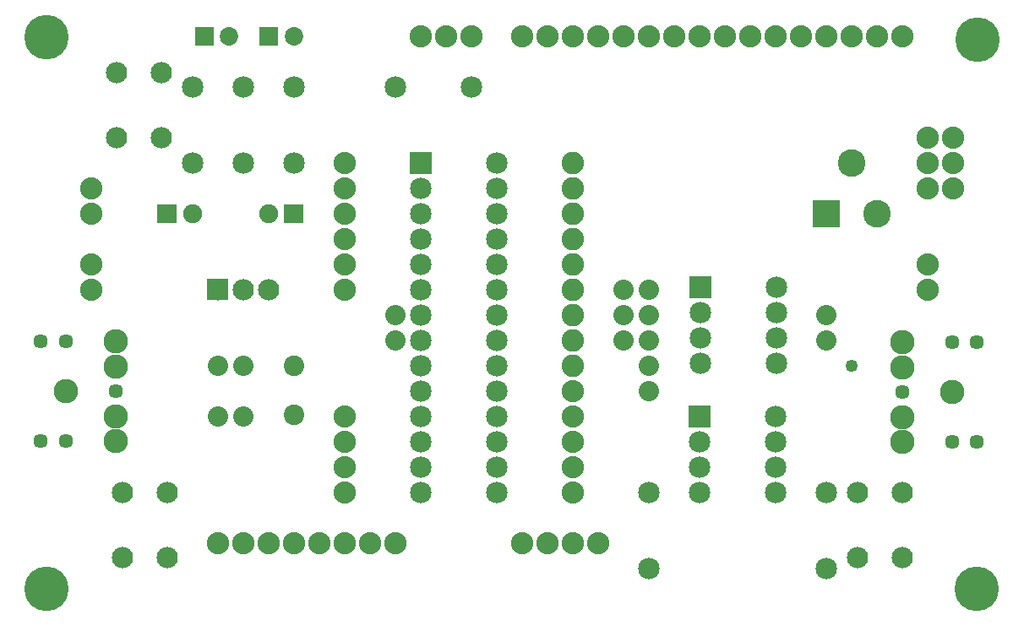
<source format=gbs>
G04 MADE WITH FRITZING*
G04 WWW.FRITZING.ORG*
G04 DOUBLE SIDED*
G04 HOLES PLATED*
G04 CONTOUR ON CENTER OF CONTOUR VECTOR*
%ASAXBY*%
%FSLAX23Y23*%
%MOIN*%
%OFA0B0*%
%SFA1.0B1.0*%
%ADD10C,0.085000*%
%ADD11C,0.088000*%
%ADD12C,0.088740*%
%ADD13C,0.049370*%
%ADD14C,0.175354*%
%ADD15C,0.096000*%
%ADD16C,0.057244*%
%ADD17C,0.080925*%
%ADD18C,0.080866*%
%ADD19C,0.084000*%
%ADD20C,0.072992*%
%ADD21C,0.080000*%
%ADD22C,0.109000*%
%ADD23C,0.075000*%
%ADD24R,0.085000X0.085000*%
%ADD25R,0.072992X0.072992*%
%ADD26R,0.109000X0.109000*%
%ADD27R,0.001000X0.001000*%
%LNMASK0*%
G90*
G70*
G54D10*
X1567Y1775D03*
X1867Y1775D03*
X1567Y1675D03*
X1867Y1675D03*
X1567Y1575D03*
X1867Y1575D03*
X1567Y1475D03*
X1867Y1475D03*
X1567Y1375D03*
X1867Y1375D03*
X1567Y1275D03*
X1867Y1275D03*
X1567Y1175D03*
X1867Y1175D03*
X1567Y1075D03*
X1867Y1075D03*
X1567Y975D03*
X1867Y975D03*
X1567Y875D03*
X1867Y875D03*
X1567Y775D03*
X1867Y775D03*
X1567Y675D03*
X1867Y675D03*
X1567Y575D03*
X1867Y575D03*
X1567Y475D03*
X1867Y475D03*
G54D11*
X1267Y1775D03*
X1267Y1675D03*
X1267Y1575D03*
X1267Y1475D03*
X1267Y1375D03*
X1267Y1275D03*
X1267Y775D03*
X1267Y675D03*
X1267Y575D03*
X1267Y475D03*
G54D12*
X2167Y1775D03*
X2167Y1675D03*
X2167Y1575D03*
X2167Y1475D03*
X2167Y1375D03*
X2167Y1275D03*
X2167Y1175D03*
X2167Y1075D03*
X2167Y975D03*
G54D13*
X3267Y975D03*
G54D11*
X3567Y1875D03*
X3567Y1775D03*
X3567Y1675D03*
X3667Y1875D03*
X3667Y1775D03*
X3667Y1675D03*
G54D14*
X91Y2273D03*
X91Y95D03*
X3762Y96D03*
G54D11*
X1467Y275D03*
X1367Y275D03*
X1267Y275D03*
X1167Y275D03*
X1067Y275D03*
X967Y275D03*
X867Y275D03*
X767Y275D03*
X2267Y275D03*
X2167Y275D03*
X2067Y275D03*
X1967Y275D03*
X3567Y1275D03*
X3567Y1375D03*
X267Y1275D03*
X267Y1375D03*
X267Y1675D03*
X267Y1575D03*
X2167Y875D03*
X2167Y775D03*
X2167Y675D03*
X2167Y575D03*
X2167Y475D03*
X3467Y2275D03*
X3367Y2275D03*
X3267Y2275D03*
X3167Y2275D03*
X3067Y2275D03*
X2967Y2275D03*
X2867Y2275D03*
X2767Y2275D03*
X2667Y2275D03*
X2567Y2275D03*
X2467Y2275D03*
X2367Y2275D03*
X2267Y2275D03*
X2167Y2275D03*
X2067Y2275D03*
X1967Y2275D03*
G54D10*
X2672Y1285D03*
X2972Y1285D03*
X2672Y1185D03*
X2972Y1185D03*
X2672Y1085D03*
X2972Y1085D03*
X2672Y985D03*
X2972Y985D03*
X2667Y775D03*
X2967Y775D03*
X2667Y675D03*
X2967Y675D03*
X2667Y575D03*
X2967Y575D03*
X2667Y475D03*
X2967Y475D03*
G54D15*
X167Y875D03*
X364Y973D03*
X364Y1072D03*
X364Y776D03*
X364Y678D03*
G54D16*
X167Y1072D03*
X68Y1072D03*
X68Y678D03*
X167Y678D03*
X364Y875D03*
G54D15*
X3664Y872D03*
X3467Y773D03*
X3467Y675D03*
X3467Y970D03*
X3467Y1069D03*
G54D16*
X3664Y675D03*
X3762Y675D03*
X3762Y1069D03*
X3664Y1069D03*
X3467Y872D03*
G54D17*
X1067Y782D03*
G54D18*
X1067Y975D03*
G54D10*
X2467Y475D03*
X2467Y175D03*
X1767Y2075D03*
X1467Y2075D03*
G54D19*
X367Y1875D03*
X367Y2131D03*
X545Y1875D03*
X545Y2131D03*
X3467Y475D03*
X3467Y219D03*
X3289Y475D03*
X3289Y219D03*
X567Y475D03*
X567Y219D03*
X389Y475D03*
X389Y219D03*
G54D20*
X714Y2275D03*
X812Y2275D03*
X968Y2275D03*
X1067Y2275D03*
G54D21*
X2367Y1175D03*
X2467Y1175D03*
X2367Y1075D03*
X2467Y1075D03*
X2467Y875D03*
X2467Y975D03*
X3167Y1075D03*
X3167Y1175D03*
X2367Y1275D03*
X2467Y1275D03*
X1467Y1175D03*
X1467Y1075D03*
G54D19*
X767Y1275D03*
X867Y1275D03*
X967Y1275D03*
G54D22*
X3367Y1575D03*
X3167Y1575D03*
X3267Y1775D03*
G54D21*
X766Y775D03*
X867Y775D03*
X766Y975D03*
X867Y975D03*
G54D11*
X1567Y2275D03*
X1667Y2275D03*
X1767Y2275D03*
G54D10*
X1067Y1775D03*
X1067Y2075D03*
X667Y1775D03*
X667Y2075D03*
X867Y2075D03*
X867Y1775D03*
X3167Y475D03*
X3167Y175D03*
G54D23*
X967Y1575D03*
X1067Y1575D03*
X667Y1575D03*
X567Y1575D03*
G54D14*
X3764Y2261D03*
G54D24*
X1567Y1775D03*
X2672Y1285D03*
X2667Y775D03*
G54D25*
X714Y2275D03*
X968Y2275D03*
G54D26*
X3167Y1575D03*
G54D27*
X529Y1612D02*
X603Y1612D01*
X1029Y1612D02*
X1103Y1612D01*
X529Y1611D02*
X603Y1611D01*
X1029Y1611D02*
X1103Y1611D01*
X529Y1610D02*
X603Y1610D01*
X1029Y1610D02*
X1103Y1610D01*
X529Y1609D02*
X603Y1609D01*
X1029Y1609D02*
X1103Y1609D01*
X529Y1608D02*
X603Y1608D01*
X1029Y1608D02*
X1103Y1608D01*
X529Y1607D02*
X603Y1607D01*
X1029Y1607D02*
X1103Y1607D01*
X529Y1606D02*
X603Y1606D01*
X1029Y1606D02*
X1103Y1606D01*
X529Y1605D02*
X603Y1605D01*
X1029Y1605D02*
X1103Y1605D01*
X529Y1604D02*
X603Y1604D01*
X1029Y1604D02*
X1103Y1604D01*
X529Y1603D02*
X603Y1603D01*
X1029Y1603D02*
X1103Y1603D01*
X529Y1602D02*
X603Y1602D01*
X1029Y1602D02*
X1103Y1602D01*
X529Y1601D02*
X603Y1601D01*
X1029Y1601D02*
X1103Y1601D01*
X529Y1600D02*
X603Y1600D01*
X1029Y1600D02*
X1103Y1600D01*
X529Y1599D02*
X603Y1599D01*
X1029Y1599D02*
X1103Y1599D01*
X529Y1598D02*
X603Y1598D01*
X1029Y1598D02*
X1103Y1598D01*
X529Y1597D02*
X603Y1597D01*
X1029Y1597D02*
X1103Y1597D01*
X529Y1596D02*
X603Y1596D01*
X1029Y1596D02*
X1103Y1596D01*
X529Y1595D02*
X603Y1595D01*
X1029Y1595D02*
X1103Y1595D01*
X529Y1594D02*
X603Y1594D01*
X1029Y1594D02*
X1103Y1594D01*
X529Y1593D02*
X603Y1593D01*
X1029Y1593D02*
X1103Y1593D01*
X529Y1592D02*
X603Y1592D01*
X1029Y1592D02*
X1103Y1592D01*
X529Y1591D02*
X603Y1591D01*
X1029Y1591D02*
X1103Y1591D01*
X529Y1590D02*
X603Y1590D01*
X1029Y1590D02*
X1103Y1590D01*
X529Y1589D02*
X603Y1589D01*
X1029Y1589D02*
X1103Y1589D01*
X529Y1588D02*
X603Y1588D01*
X1029Y1588D02*
X1103Y1588D01*
X529Y1587D02*
X603Y1587D01*
X1029Y1587D02*
X1103Y1587D01*
X529Y1586D02*
X603Y1586D01*
X1029Y1586D02*
X1103Y1586D01*
X529Y1585D02*
X603Y1585D01*
X1029Y1585D02*
X1103Y1585D01*
X529Y1584D02*
X564Y1584D01*
X568Y1584D02*
X603Y1584D01*
X1029Y1584D02*
X1064Y1584D01*
X1068Y1584D02*
X1103Y1584D01*
X529Y1583D02*
X562Y1583D01*
X571Y1583D02*
X603Y1583D01*
X1029Y1583D02*
X1061Y1583D01*
X1071Y1583D02*
X1103Y1583D01*
X529Y1582D02*
X560Y1582D01*
X572Y1582D02*
X603Y1582D01*
X1029Y1582D02*
X1060Y1582D01*
X1072Y1582D02*
X1103Y1582D01*
X529Y1581D02*
X559Y1581D01*
X573Y1581D02*
X603Y1581D01*
X1029Y1581D02*
X1059Y1581D01*
X1073Y1581D02*
X1103Y1581D01*
X529Y1580D02*
X558Y1580D01*
X574Y1580D02*
X603Y1580D01*
X1029Y1580D02*
X1058Y1580D01*
X1074Y1580D02*
X1103Y1580D01*
X529Y1579D02*
X558Y1579D01*
X575Y1579D02*
X603Y1579D01*
X1029Y1579D02*
X1058Y1579D01*
X1075Y1579D02*
X1103Y1579D01*
X529Y1578D02*
X557Y1578D01*
X575Y1578D02*
X603Y1578D01*
X1029Y1578D02*
X1057Y1578D01*
X1075Y1578D02*
X1103Y1578D01*
X529Y1577D02*
X557Y1577D01*
X575Y1577D02*
X603Y1577D01*
X1029Y1577D02*
X1057Y1577D01*
X1075Y1577D02*
X1103Y1577D01*
X529Y1576D02*
X557Y1576D01*
X575Y1576D02*
X603Y1576D01*
X1029Y1576D02*
X1057Y1576D01*
X1075Y1576D02*
X1103Y1576D01*
X529Y1575D02*
X557Y1575D01*
X575Y1575D02*
X603Y1575D01*
X1029Y1575D02*
X1057Y1575D01*
X1075Y1575D02*
X1103Y1575D01*
X529Y1574D02*
X557Y1574D01*
X575Y1574D02*
X603Y1574D01*
X1029Y1574D02*
X1057Y1574D01*
X1075Y1574D02*
X1103Y1574D01*
X529Y1573D02*
X557Y1573D01*
X575Y1573D02*
X603Y1573D01*
X1029Y1573D02*
X1057Y1573D01*
X1075Y1573D02*
X1103Y1573D01*
X529Y1572D02*
X557Y1572D01*
X575Y1572D02*
X603Y1572D01*
X1029Y1572D02*
X1057Y1572D01*
X1075Y1572D02*
X1103Y1572D01*
X529Y1571D02*
X558Y1571D01*
X574Y1571D02*
X603Y1571D01*
X1029Y1571D02*
X1058Y1571D01*
X1074Y1571D02*
X1103Y1571D01*
X529Y1570D02*
X558Y1570D01*
X574Y1570D02*
X603Y1570D01*
X1029Y1570D02*
X1058Y1570D01*
X1074Y1570D02*
X1103Y1570D01*
X529Y1569D02*
X559Y1569D01*
X573Y1569D02*
X603Y1569D01*
X1029Y1569D02*
X1059Y1569D01*
X1073Y1569D02*
X1103Y1569D01*
X529Y1568D02*
X561Y1568D01*
X572Y1568D02*
X603Y1568D01*
X1029Y1568D02*
X1061Y1568D01*
X1072Y1568D02*
X1103Y1568D01*
X529Y1567D02*
X563Y1567D01*
X570Y1567D02*
X603Y1567D01*
X1029Y1567D02*
X1062Y1567D01*
X1070Y1567D02*
X1103Y1567D01*
X529Y1566D02*
X603Y1566D01*
X1029Y1566D02*
X1103Y1566D01*
X529Y1565D02*
X603Y1565D01*
X1029Y1565D02*
X1103Y1565D01*
X529Y1564D02*
X603Y1564D01*
X1029Y1564D02*
X1103Y1564D01*
X529Y1563D02*
X603Y1563D01*
X1029Y1563D02*
X1103Y1563D01*
X529Y1562D02*
X603Y1562D01*
X1029Y1562D02*
X1103Y1562D01*
X529Y1561D02*
X603Y1561D01*
X1029Y1561D02*
X1103Y1561D01*
X529Y1560D02*
X603Y1560D01*
X1029Y1560D02*
X1103Y1560D01*
X529Y1559D02*
X603Y1559D01*
X1029Y1559D02*
X1103Y1559D01*
X529Y1558D02*
X603Y1558D01*
X1029Y1558D02*
X1103Y1558D01*
X529Y1557D02*
X603Y1557D01*
X1029Y1557D02*
X1103Y1557D01*
X529Y1556D02*
X603Y1556D01*
X1029Y1556D02*
X1103Y1556D01*
X529Y1555D02*
X603Y1555D01*
X1029Y1555D02*
X1103Y1555D01*
X529Y1554D02*
X603Y1554D01*
X1029Y1554D02*
X1103Y1554D01*
X529Y1553D02*
X603Y1553D01*
X1029Y1553D02*
X1103Y1553D01*
X529Y1552D02*
X603Y1552D01*
X1029Y1552D02*
X1103Y1552D01*
X529Y1551D02*
X603Y1551D01*
X1029Y1551D02*
X1103Y1551D01*
X529Y1550D02*
X603Y1550D01*
X1029Y1550D02*
X1103Y1550D01*
X529Y1549D02*
X603Y1549D01*
X1029Y1549D02*
X1103Y1549D01*
X529Y1548D02*
X603Y1548D01*
X1029Y1548D02*
X1103Y1548D01*
X529Y1547D02*
X603Y1547D01*
X1029Y1547D02*
X1103Y1547D01*
X529Y1546D02*
X603Y1546D01*
X1029Y1546D02*
X1103Y1546D01*
X529Y1545D02*
X603Y1545D01*
X1029Y1545D02*
X1103Y1545D01*
X529Y1544D02*
X603Y1544D01*
X1029Y1544D02*
X1103Y1544D01*
X529Y1543D02*
X603Y1543D01*
X1029Y1543D02*
X1103Y1543D01*
X529Y1542D02*
X603Y1542D01*
X1029Y1542D02*
X1103Y1542D01*
X529Y1541D02*
X603Y1541D01*
X1029Y1541D02*
X1103Y1541D01*
X529Y1540D02*
X603Y1540D01*
X1029Y1540D02*
X1103Y1540D01*
X529Y1539D02*
X603Y1539D01*
X1029Y1539D02*
X1103Y1539D01*
X529Y1538D02*
X603Y1538D01*
X1029Y1538D02*
X1103Y1538D01*
X725Y1317D02*
X807Y1317D01*
X725Y1316D02*
X808Y1316D01*
X725Y1315D02*
X808Y1315D01*
X725Y1314D02*
X808Y1314D01*
X725Y1313D02*
X808Y1313D01*
X725Y1312D02*
X808Y1312D01*
X725Y1311D02*
X808Y1311D01*
X725Y1310D02*
X808Y1310D01*
X725Y1309D02*
X808Y1309D01*
X725Y1308D02*
X808Y1308D01*
X725Y1307D02*
X808Y1307D01*
X725Y1306D02*
X808Y1306D01*
X725Y1305D02*
X808Y1305D01*
X725Y1304D02*
X808Y1304D01*
X725Y1303D02*
X808Y1303D01*
X725Y1302D02*
X808Y1302D01*
X725Y1301D02*
X808Y1301D01*
X725Y1300D02*
X808Y1300D01*
X725Y1299D02*
X808Y1299D01*
X725Y1298D02*
X808Y1298D01*
X725Y1297D02*
X808Y1297D01*
X725Y1296D02*
X808Y1296D01*
X725Y1295D02*
X808Y1295D01*
X725Y1294D02*
X808Y1294D01*
X725Y1293D02*
X808Y1293D01*
X725Y1292D02*
X808Y1292D01*
X725Y1291D02*
X808Y1291D01*
X725Y1290D02*
X808Y1290D01*
X725Y1289D02*
X760Y1289D01*
X772Y1289D02*
X808Y1289D01*
X725Y1288D02*
X758Y1288D01*
X774Y1288D02*
X808Y1288D01*
X725Y1287D02*
X756Y1287D01*
X776Y1287D02*
X808Y1287D01*
X725Y1286D02*
X755Y1286D01*
X777Y1286D02*
X808Y1286D01*
X725Y1285D02*
X754Y1285D01*
X778Y1285D02*
X808Y1285D01*
X725Y1284D02*
X753Y1284D01*
X779Y1284D02*
X808Y1284D01*
X725Y1283D02*
X753Y1283D01*
X779Y1283D02*
X808Y1283D01*
X725Y1282D02*
X752Y1282D01*
X780Y1282D02*
X808Y1282D01*
X725Y1281D02*
X752Y1281D01*
X780Y1281D02*
X808Y1281D01*
X725Y1280D02*
X752Y1280D01*
X781Y1280D02*
X808Y1280D01*
X725Y1279D02*
X751Y1279D01*
X781Y1279D02*
X808Y1279D01*
X725Y1278D02*
X751Y1278D01*
X781Y1278D02*
X808Y1278D01*
X725Y1277D02*
X751Y1277D01*
X781Y1277D02*
X808Y1277D01*
X725Y1276D02*
X751Y1276D01*
X781Y1276D02*
X808Y1276D01*
X725Y1275D02*
X751Y1275D01*
X781Y1275D02*
X808Y1275D01*
X725Y1274D02*
X751Y1274D01*
X781Y1274D02*
X808Y1274D01*
X725Y1273D02*
X751Y1273D01*
X781Y1273D02*
X808Y1273D01*
X725Y1272D02*
X751Y1272D01*
X781Y1272D02*
X808Y1272D01*
X725Y1271D02*
X751Y1271D01*
X781Y1271D02*
X808Y1271D01*
X725Y1270D02*
X752Y1270D01*
X780Y1270D02*
X808Y1270D01*
X725Y1269D02*
X752Y1269D01*
X780Y1269D02*
X808Y1269D01*
X725Y1268D02*
X753Y1268D01*
X780Y1268D02*
X808Y1268D01*
X725Y1267D02*
X753Y1267D01*
X779Y1267D02*
X808Y1267D01*
X725Y1266D02*
X754Y1266D01*
X778Y1266D02*
X808Y1266D01*
X725Y1265D02*
X755Y1265D01*
X778Y1265D02*
X808Y1265D01*
X725Y1264D02*
X756Y1264D01*
X776Y1264D02*
X808Y1264D01*
X725Y1263D02*
X757Y1263D01*
X775Y1263D02*
X808Y1263D01*
X725Y1262D02*
X759Y1262D01*
X773Y1262D02*
X808Y1262D01*
X725Y1261D02*
X762Y1261D01*
X770Y1261D02*
X808Y1261D01*
X725Y1260D02*
X808Y1260D01*
X725Y1259D02*
X808Y1259D01*
X725Y1258D02*
X808Y1258D01*
X725Y1257D02*
X808Y1257D01*
X725Y1256D02*
X808Y1256D01*
X725Y1255D02*
X808Y1255D01*
X725Y1254D02*
X808Y1254D01*
X725Y1253D02*
X808Y1253D01*
X725Y1252D02*
X808Y1252D01*
X725Y1251D02*
X808Y1251D01*
X725Y1250D02*
X808Y1250D01*
X725Y1249D02*
X808Y1249D01*
X725Y1248D02*
X808Y1248D01*
X725Y1247D02*
X808Y1247D01*
X725Y1246D02*
X808Y1246D01*
X725Y1245D02*
X808Y1245D01*
X725Y1244D02*
X808Y1244D01*
X725Y1243D02*
X808Y1243D01*
X725Y1242D02*
X808Y1242D01*
X725Y1241D02*
X808Y1241D01*
X725Y1240D02*
X808Y1240D01*
X725Y1239D02*
X808Y1239D01*
X725Y1238D02*
X808Y1238D01*
X725Y1237D02*
X808Y1237D01*
X725Y1236D02*
X808Y1236D01*
X725Y1235D02*
X808Y1235D01*
X725Y1234D02*
X808Y1234D01*
D02*
G04 End of Mask0*
M02*
</source>
